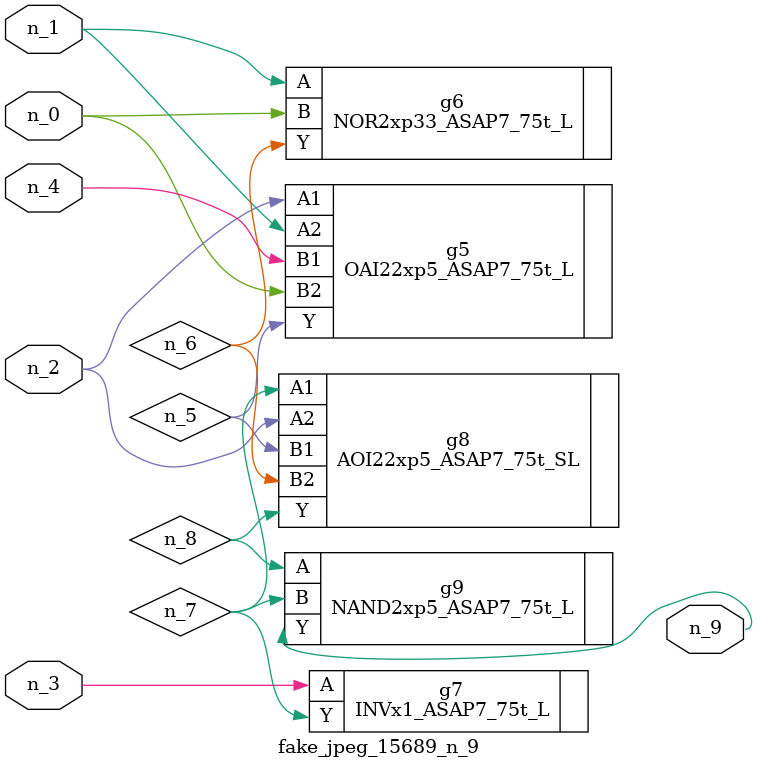
<source format=v>
module fake_jpeg_15689_n_9 (n_3, n_2, n_1, n_0, n_4, n_9);

input n_3;
input n_2;
input n_1;
input n_0;
input n_4;

output n_9;

wire n_8;
wire n_6;
wire n_5;
wire n_7;

OAI22xp5_ASAP7_75t_L g5 ( 
.A1(n_2),
.A2(n_1),
.B1(n_4),
.B2(n_0),
.Y(n_5)
);

NOR2xp33_ASAP7_75t_L g6 ( 
.A(n_1),
.B(n_0),
.Y(n_6)
);

INVx1_ASAP7_75t_L g7 ( 
.A(n_3),
.Y(n_7)
);

AOI22xp5_ASAP7_75t_SL g8 ( 
.A1(n_7),
.A2(n_2),
.B1(n_5),
.B2(n_6),
.Y(n_8)
);

NAND2xp5_ASAP7_75t_L g9 ( 
.A(n_8),
.B(n_7),
.Y(n_9)
);


endmodule
</source>
